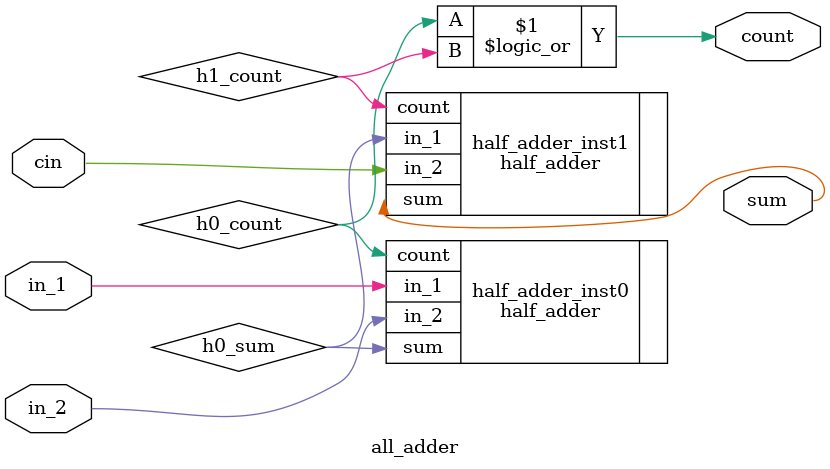
<source format=v>
module  all_adder
(
   input  wire  in_1,
   input  wire  in_2,
   input  wire  cin,
   output wire sum,
   output wire count

);
//中间的两个传递数据的线型变量wire
wire   h0_count;
wire   h1_count;
wire   h0_sum;
//直接例化两个半加器，进行调用，再对半加器的输出进行相或；
//第一个半加器
half_adder   half_adder_inst0
(
  .in_1(in_1),
  .in_2(in_2),
  .count(h0_count),
  .sum(h0_sum),
 );
 //第二个半加器
half_adder   half_adder_inst1
(
  .in_1(h0_sum),
  .in_2(cin),
  .count(h1_count),
  .sum(sum),
 );
 //输出out是两个半加器out的或运算
 assign count =h0_count || h1_count;
 endmodule
</source>
